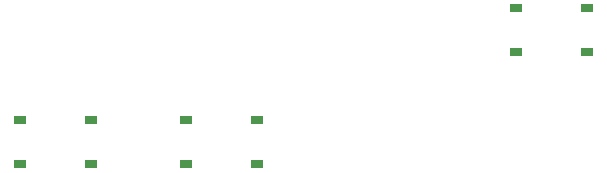
<source format=gbr>
%TF.GenerationSoftware,KiCad,Pcbnew,8.99.0-77eaa75db1*%
%TF.CreationDate,2024-12-04T17:57:11+01:00*%
%TF.ProjectId,geheimbadge-controller,67656865-696d-4626-9164-67652d636f6e,1.0.0*%
%TF.SameCoordinates,Original*%
%TF.FileFunction,Paste,Bot*%
%TF.FilePolarity,Positive*%
%FSLAX46Y46*%
G04 Gerber Fmt 4.6, Leading zero omitted, Abs format (unit mm)*
G04 Created by KiCad (PCBNEW 8.99.0-77eaa75db1) date 2024-12-04 17:57:11*
%MOMM*%
%LPD*%
G01*
G04 APERTURE LIST*
%ADD10R,1.000000X0.750000*%
G04 APERTURE END LIST*
D10*
%TO.C,SW2*%
X92500000Y-100125000D03*
X86500000Y-100125000D03*
X92500000Y-103875000D03*
X86500000Y-103875000D03*
%TD*%
%TO.C,SW1*%
X120500000Y-90625000D03*
X114500000Y-90625000D03*
X120500000Y-94375000D03*
X114500000Y-94375000D03*
%TD*%
%TO.C,SW3*%
X78500000Y-100125000D03*
X72500000Y-100125000D03*
X78500000Y-103875000D03*
X72500000Y-103875000D03*
%TD*%
M02*

</source>
